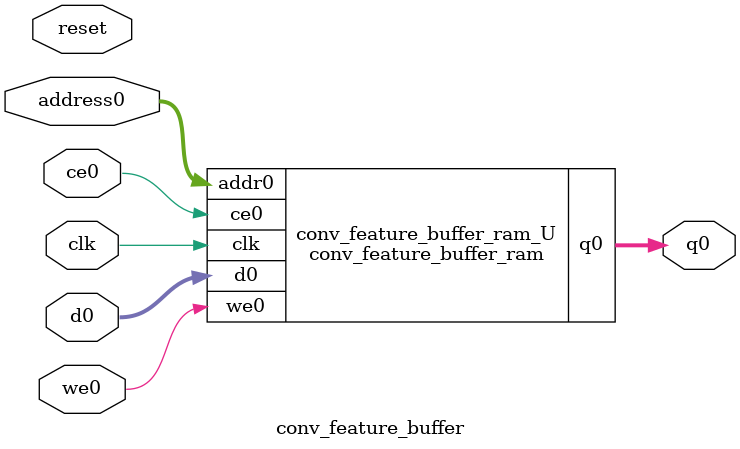
<source format=v>
`timescale 1 ns / 1 ps
module conv_feature_buffer_ram (addr0, ce0, d0, we0, q0,  clk);

parameter DWIDTH = 32;
parameter AWIDTH = 15;
parameter MEM_SIZE = 25600;

input[AWIDTH-1:0] addr0;
input ce0;
input[DWIDTH-1:0] d0;
input we0;
output reg[DWIDTH-1:0] q0;
input clk;

(* ram_style = "block" *)reg [DWIDTH-1:0] ram[0:MEM_SIZE-1];




always @(posedge clk)  
begin 
    if (ce0) 
    begin
        if (we0) 
        begin 
            ram[addr0] <= d0; 
        end 
        q0 <= ram[addr0];
    end
end


endmodule

`timescale 1 ns / 1 ps
module conv_feature_buffer(
    reset,
    clk,
    address0,
    ce0,
    we0,
    d0,
    q0);

parameter DataWidth = 32'd32;
parameter AddressRange = 32'd25600;
parameter AddressWidth = 32'd15;
input reset;
input clk;
input[AddressWidth - 1:0] address0;
input ce0;
input we0;
input[DataWidth - 1:0] d0;
output[DataWidth - 1:0] q0;



conv_feature_buffer_ram conv_feature_buffer_ram_U(
    .clk( clk ),
    .addr0( address0 ),
    .ce0( ce0 ),
    .we0( we0 ),
    .d0( d0 ),
    .q0( q0 ));

endmodule


</source>
